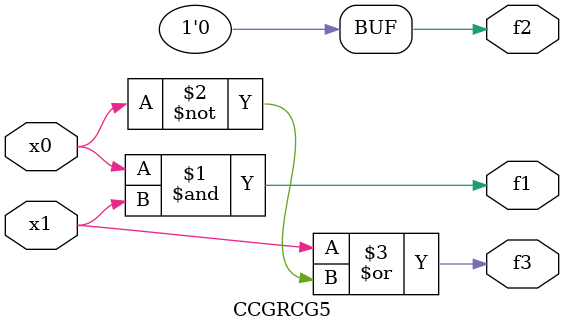
<source format=v>

module CCGRCG5 ( 
    x0, x1,
    f1, f2, f3  );
  input  x0, x1;
  output f1, f2, f3;
  assign f1 = x0 & x1;
  assign f3 = x1 | ~x0;
  assign f2 = 1'b0;
endmodule



</source>
